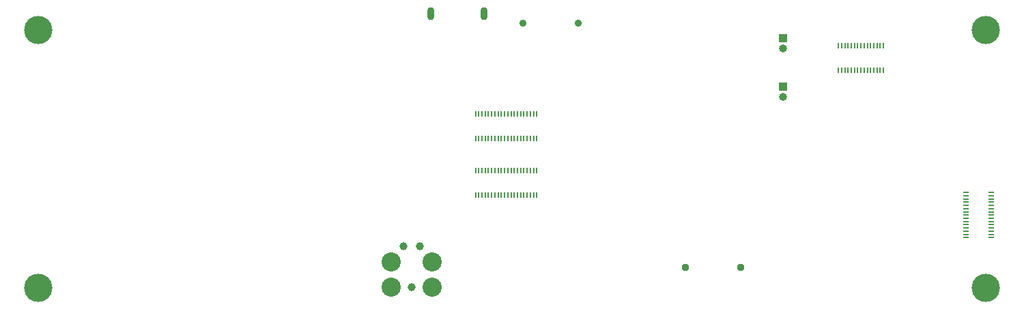
<source format=gbs>
G04 #@! TF.GenerationSoftware,KiCad,Pcbnew,7.0.10-7.0.10~ubuntu22.04.1*
G04 #@! TF.CreationDate,2024-02-08T17:20:11-05:00*
G04 #@! TF.ProjectId,daughterBoard,64617567-6874-4657-9242-6f6172642e6b,rev?*
G04 #@! TF.SameCoordinates,Original*
G04 #@! TF.FileFunction,Soldermask,Bot*
G04 #@! TF.FilePolarity,Negative*
%FSLAX46Y46*%
G04 Gerber Fmt 4.6, Leading zero omitted, Abs format (unit mm)*
G04 Created by KiCad (PCBNEW 7.0.10-7.0.10~ubuntu22.04.1) date 2024-02-08 17:20:11*
%MOMM*%
%LPD*%
G01*
G04 APERTURE LIST*
%ADD10C,3.500000*%
%ADD11R,1.000000X1.000000*%
%ADD12O,1.000000X1.000000*%
%ADD13C,0.900000*%
%ADD14C,0.950000*%
%ADD15C,2.374900*%
%ADD16C,0.990600*%
%ADD17O,0.900000X1.600000*%
%ADD18R,0.200000X0.700000*%
%ADD19R,0.700000X0.200000*%
G04 APERTURE END LIST*
D10*
X97500000Y-72000000D03*
D11*
X189850000Y-73055000D03*
D12*
X189850000Y-74325000D03*
D10*
X97500000Y-104000000D03*
X215000000Y-72000000D03*
D13*
X164400000Y-71200000D03*
X157600000Y-71200000D03*
D11*
X189850000Y-79050000D03*
D12*
X189850000Y-80320000D03*
D14*
X177750000Y-101517500D03*
X184550000Y-101517500D03*
D10*
X215000000Y-104000000D03*
D15*
X141210000Y-103970000D03*
D16*
X143750000Y-103970000D03*
D15*
X146290000Y-103970000D03*
X141210000Y-100795000D03*
X146290000Y-100795000D03*
D16*
X142734000Y-98890000D03*
X144766000Y-98890000D03*
D17*
X152725000Y-70000000D03*
X146125000Y-70000000D03*
D18*
X202300000Y-77040000D03*
X201900000Y-77040000D03*
X201500000Y-77040000D03*
X201100000Y-77040000D03*
X200700000Y-77040000D03*
X200300000Y-77040000D03*
X199900000Y-77040000D03*
X199500000Y-77040000D03*
X199100000Y-77040000D03*
X198700000Y-77040000D03*
X198300000Y-77040000D03*
X197900000Y-77040000D03*
X197500000Y-77040000D03*
X197100000Y-77040000D03*
X196700000Y-77040000D03*
X202300000Y-73960000D03*
X201900000Y-73960000D03*
X201500000Y-73960000D03*
X201100000Y-73960000D03*
X200700000Y-73960000D03*
X200300000Y-73960000D03*
X199900000Y-73960000D03*
X199500000Y-73960000D03*
X199100000Y-73960000D03*
X198700000Y-73960000D03*
X198300000Y-73960000D03*
X197900000Y-73960000D03*
X197500000Y-73960000D03*
X197100000Y-73960000D03*
X196700000Y-73960000D03*
D19*
X215640000Y-92200000D03*
X215640000Y-92600000D03*
X215640000Y-93000000D03*
X215640000Y-93400000D03*
X215640000Y-93800000D03*
X215640000Y-94200000D03*
X215640000Y-94600000D03*
X215640000Y-95000000D03*
X215640000Y-95400000D03*
X215640000Y-95800000D03*
X215640000Y-96200000D03*
X215640000Y-96600000D03*
X215640000Y-97000000D03*
X215640000Y-97400000D03*
X215640000Y-97800000D03*
X212560000Y-92200000D03*
X212560000Y-92600000D03*
X212560000Y-93000000D03*
X212560000Y-93400000D03*
X212560000Y-93800000D03*
X212560000Y-94200000D03*
X212560000Y-94600000D03*
X212560000Y-95000000D03*
X212560000Y-95400000D03*
X212560000Y-95800000D03*
X212560000Y-96200000D03*
X212560000Y-96600000D03*
X212560000Y-97000000D03*
X212560000Y-97400000D03*
X212560000Y-97800000D03*
D18*
X151700000Y-89460000D03*
X152100000Y-89460000D03*
X152500000Y-89460000D03*
X152900000Y-89460000D03*
X153300000Y-89460000D03*
X153700000Y-89460000D03*
X154100000Y-89460000D03*
X154500000Y-89460000D03*
X154900000Y-89460000D03*
X155300000Y-89460000D03*
X155700000Y-89460000D03*
X156100000Y-89460000D03*
X156500000Y-89460000D03*
X156900000Y-89460000D03*
X157300000Y-89460000D03*
X157700000Y-89460000D03*
X158100000Y-89460000D03*
X158500000Y-89460000D03*
X158900000Y-89460000D03*
X159300000Y-89460000D03*
X151700000Y-92540000D03*
X152100000Y-92540000D03*
X152500000Y-92540000D03*
X152900000Y-92540000D03*
X153300000Y-92540000D03*
X153700000Y-92540000D03*
X154100000Y-92540000D03*
X154500000Y-92540000D03*
X154900000Y-92540000D03*
X155300000Y-92540000D03*
X155700000Y-92540000D03*
X156100000Y-92540000D03*
X156500000Y-92540000D03*
X156900000Y-92540000D03*
X157300000Y-92540000D03*
X157700000Y-92540000D03*
X158100000Y-92540000D03*
X158500000Y-92540000D03*
X158900000Y-92540000D03*
X159300000Y-92540000D03*
X159300000Y-85540000D03*
X158900000Y-85540000D03*
X158500000Y-85540000D03*
X158100000Y-85540000D03*
X157700000Y-85540000D03*
X157300000Y-85540000D03*
X156900000Y-85540000D03*
X156500000Y-85540000D03*
X156100000Y-85540000D03*
X155700000Y-85540000D03*
X155300000Y-85540000D03*
X154900000Y-85540000D03*
X154500000Y-85540000D03*
X154100000Y-85540000D03*
X153700000Y-85540000D03*
X153300000Y-85540000D03*
X152900000Y-85540000D03*
X152500000Y-85540000D03*
X152100000Y-85540000D03*
X151700000Y-85540000D03*
X159300000Y-82460000D03*
X158900000Y-82460000D03*
X158500000Y-82460000D03*
X158100000Y-82460000D03*
X157700000Y-82460000D03*
X157300000Y-82460000D03*
X156900000Y-82460000D03*
X156500000Y-82460000D03*
X156100000Y-82460000D03*
X155700000Y-82460000D03*
X155300000Y-82460000D03*
X154900000Y-82460000D03*
X154500000Y-82460000D03*
X154100000Y-82460000D03*
X153700000Y-82460000D03*
X153300000Y-82460000D03*
X152900000Y-82460000D03*
X152500000Y-82460000D03*
X152100000Y-82460000D03*
X151700000Y-82460000D03*
M02*

</source>
